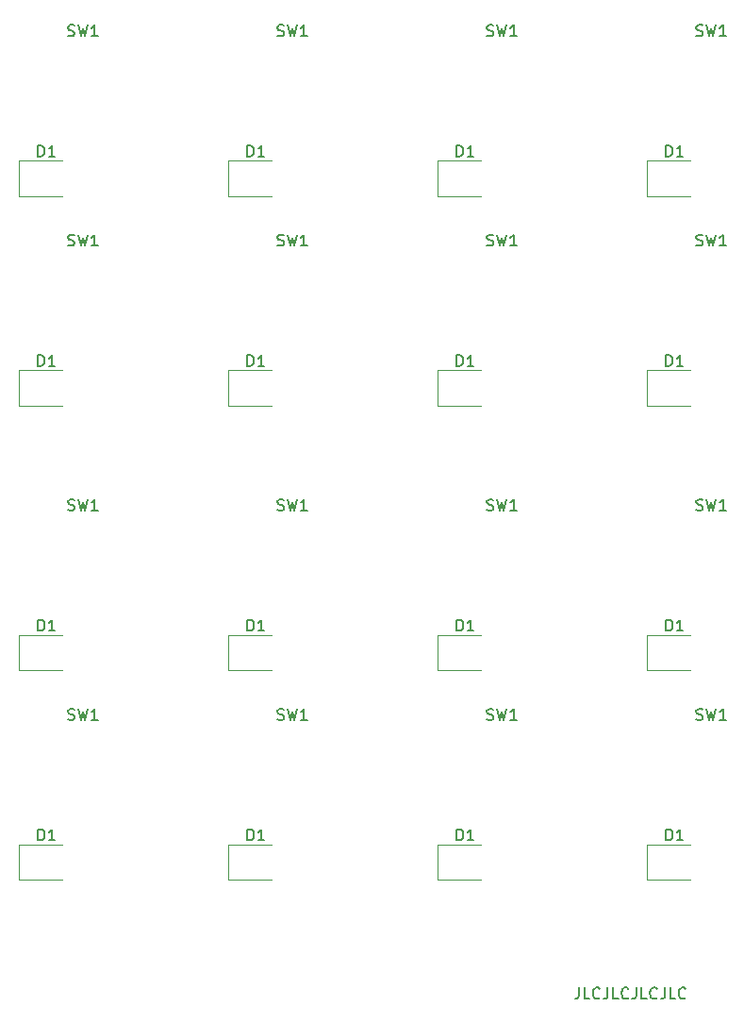
<source format=gto>
%TF.GenerationSoftware,KiCad,Pcbnew,(5.1.6)-1*%
%TF.CreationDate,2021-05-22T18:41:59+09:00*%
%TF.ProjectId,TinyIR-Panel,54696e79-4952-42d5-9061-6e656c2e6b69,rev?*%
%TF.SameCoordinates,Original*%
%TF.FileFunction,Legend,Top*%
%TF.FilePolarity,Positive*%
%FSLAX46Y46*%
G04 Gerber Fmt 4.6, Leading zero omitted, Abs format (unit mm)*
G04 Created by KiCad (PCBNEW (5.1.6)-1) date 2021-05-22 18:41:59*
%MOMM*%
%LPD*%
G01*
G04 APERTURE LIST*
%ADD10C,0.150000*%
%ADD11C,0.120000*%
%ADD12C,3.000000*%
%ADD13R,1.650000X2.300000*%
%ADD14R,2.600000X2.300000*%
%ADD15C,1.800000*%
%ADD16C,4.100000*%
%ADD17C,2.300000*%
%ADD18O,1.100000X1.100000*%
%ADD19R,1.100000X1.100000*%
G04 APERTURE END LIST*
D10*
X143716952Y-147915380D02*
X143716952Y-148629666D01*
X143669333Y-148772523D01*
X143574095Y-148867761D01*
X143431238Y-148915380D01*
X143336000Y-148915380D01*
X144669333Y-148915380D02*
X144193142Y-148915380D01*
X144193142Y-147915380D01*
X145574095Y-148820142D02*
X145526476Y-148867761D01*
X145383619Y-148915380D01*
X145288380Y-148915380D01*
X145145523Y-148867761D01*
X145050285Y-148772523D01*
X145002666Y-148677285D01*
X144955047Y-148486809D01*
X144955047Y-148343952D01*
X145002666Y-148153476D01*
X145050285Y-148058238D01*
X145145523Y-147963000D01*
X145288380Y-147915380D01*
X145383619Y-147915380D01*
X145526476Y-147963000D01*
X145574095Y-148010619D01*
X146288380Y-147915380D02*
X146288380Y-148629666D01*
X146240761Y-148772523D01*
X146145523Y-148867761D01*
X146002666Y-148915380D01*
X145907428Y-148915380D01*
X147240761Y-148915380D02*
X146764571Y-148915380D01*
X146764571Y-147915380D01*
X148145523Y-148820142D02*
X148097904Y-148867761D01*
X147955047Y-148915380D01*
X147859809Y-148915380D01*
X147716952Y-148867761D01*
X147621714Y-148772523D01*
X147574095Y-148677285D01*
X147526476Y-148486809D01*
X147526476Y-148343952D01*
X147574095Y-148153476D01*
X147621714Y-148058238D01*
X147716952Y-147963000D01*
X147859809Y-147915380D01*
X147955047Y-147915380D01*
X148097904Y-147963000D01*
X148145523Y-148010619D01*
X148859809Y-147915380D02*
X148859809Y-148629666D01*
X148812190Y-148772523D01*
X148716952Y-148867761D01*
X148574095Y-148915380D01*
X148478857Y-148915380D01*
X149812190Y-148915380D02*
X149336000Y-148915380D01*
X149336000Y-147915380D01*
X150716952Y-148820142D02*
X150669333Y-148867761D01*
X150526476Y-148915380D01*
X150431238Y-148915380D01*
X150288380Y-148867761D01*
X150193142Y-148772523D01*
X150145523Y-148677285D01*
X150097904Y-148486809D01*
X150097904Y-148343952D01*
X150145523Y-148153476D01*
X150193142Y-148058238D01*
X150288380Y-147963000D01*
X150431238Y-147915380D01*
X150526476Y-147915380D01*
X150669333Y-147963000D01*
X150716952Y-148010619D01*
X151431238Y-147915380D02*
X151431238Y-148629666D01*
X151383619Y-148772523D01*
X151288380Y-148867761D01*
X151145523Y-148915380D01*
X151050285Y-148915380D01*
X152383619Y-148915380D02*
X151907428Y-148915380D01*
X151907428Y-147915380D01*
X153288380Y-148820142D02*
X153240761Y-148867761D01*
X153097904Y-148915380D01*
X153002666Y-148915380D01*
X152859809Y-148867761D01*
X152764571Y-148772523D01*
X152716952Y-148677285D01*
X152669333Y-148486809D01*
X152669333Y-148343952D01*
X152716952Y-148153476D01*
X152764571Y-148058238D01*
X152859809Y-147963000D01*
X153002666Y-147915380D01*
X153097904Y-147915380D01*
X153240761Y-147963000D01*
X153288380Y-148010619D01*
D11*
%TO.C,D1*%
X134884000Y-135056000D02*
X130984000Y-135056000D01*
X134884000Y-138256000D02*
X130984000Y-138256000D01*
X130984000Y-135056000D02*
X130984000Y-138256000D01*
X153684000Y-116256000D02*
X149784000Y-116256000D01*
X153684000Y-119456000D02*
X149784000Y-119456000D01*
X149784000Y-116256000D02*
X149784000Y-119456000D01*
X134884000Y-116256000D02*
X130984000Y-116256000D01*
X134884000Y-119456000D02*
X130984000Y-119456000D01*
X130984000Y-116256000D02*
X130984000Y-119456000D01*
X97284000Y-135056000D02*
X93384000Y-135056000D01*
X97284000Y-138256000D02*
X93384000Y-138256000D01*
X93384000Y-135056000D02*
X93384000Y-138256000D01*
X116084000Y-135056000D02*
X112184000Y-135056000D01*
X116084000Y-138256000D02*
X112184000Y-138256000D01*
X112184000Y-135056000D02*
X112184000Y-138256000D01*
X153684000Y-135056000D02*
X149784000Y-135056000D01*
X153684000Y-138256000D02*
X149784000Y-138256000D01*
X149784000Y-135056000D02*
X149784000Y-138256000D01*
X93384000Y-116256000D02*
X93384000Y-119456000D01*
X97284000Y-119456000D02*
X93384000Y-119456000D01*
X97284000Y-116256000D02*
X93384000Y-116256000D01*
X116084000Y-116256000D02*
X112184000Y-116256000D01*
X116084000Y-119456000D02*
X112184000Y-119456000D01*
X112184000Y-116256000D02*
X112184000Y-119456000D01*
X153684000Y-92511000D02*
X149784000Y-92511000D01*
X153684000Y-95711000D02*
X149784000Y-95711000D01*
X149784000Y-92511000D02*
X149784000Y-95711000D01*
X134884000Y-92511000D02*
X130984000Y-92511000D01*
X134884000Y-95711000D02*
X130984000Y-95711000D01*
X130984000Y-92511000D02*
X130984000Y-95711000D01*
X116084000Y-92511000D02*
X112184000Y-92511000D01*
X116084000Y-95711000D02*
X112184000Y-95711000D01*
X112184000Y-92511000D02*
X112184000Y-95711000D01*
X97284000Y-92511000D02*
X93384000Y-92511000D01*
X97284000Y-95711000D02*
X93384000Y-95711000D01*
X93384000Y-92511000D02*
X93384000Y-95711000D01*
X153684000Y-73711000D02*
X149784000Y-73711000D01*
X153684000Y-76911000D02*
X149784000Y-76911000D01*
X149784000Y-73711000D02*
X149784000Y-76911000D01*
X134884000Y-73711000D02*
X130984000Y-73711000D01*
X134884000Y-76911000D02*
X130984000Y-76911000D01*
X130984000Y-73711000D02*
X130984000Y-76911000D01*
X116084000Y-73711000D02*
X112184000Y-73711000D01*
X116084000Y-76911000D02*
X112184000Y-76911000D01*
X112184000Y-73711000D02*
X112184000Y-76911000D01*
X93384000Y-73711000D02*
X93384000Y-76911000D01*
X97284000Y-76911000D02*
X93384000Y-76911000D01*
X97284000Y-73711000D02*
X93384000Y-73711000D01*
D10*
X132745904Y-134708380D02*
X132745904Y-133708380D01*
X132984000Y-133708380D01*
X133126857Y-133756000D01*
X133222095Y-133851238D01*
X133269714Y-133946476D01*
X133317333Y-134136952D01*
X133317333Y-134279809D01*
X133269714Y-134470285D01*
X133222095Y-134565523D01*
X133126857Y-134660761D01*
X132984000Y-134708380D01*
X132745904Y-134708380D01*
X134269714Y-134708380D02*
X133698285Y-134708380D01*
X133984000Y-134708380D02*
X133984000Y-133708380D01*
X133888761Y-133851238D01*
X133793523Y-133946476D01*
X133698285Y-133994095D01*
%TO.C,SW1*%
X154253666Y-105052761D02*
X154396523Y-105100380D01*
X154634619Y-105100380D01*
X154729857Y-105052761D01*
X154777476Y-105005142D01*
X154825095Y-104909904D01*
X154825095Y-104814666D01*
X154777476Y-104719428D01*
X154729857Y-104671809D01*
X154634619Y-104624190D01*
X154444142Y-104576571D01*
X154348904Y-104528952D01*
X154301285Y-104481333D01*
X154253666Y-104386095D01*
X154253666Y-104290857D01*
X154301285Y-104195619D01*
X154348904Y-104148000D01*
X154444142Y-104100380D01*
X154682238Y-104100380D01*
X154825095Y-104148000D01*
X155158428Y-104100380D02*
X155396523Y-105100380D01*
X155587000Y-104386095D01*
X155777476Y-105100380D01*
X156015571Y-104100380D01*
X156920333Y-105100380D02*
X156348904Y-105100380D01*
X156634619Y-105100380D02*
X156634619Y-104100380D01*
X156539380Y-104243238D01*
X156444142Y-104338476D01*
X156348904Y-104386095D01*
%TO.C,D1*%
X151545904Y-115908380D02*
X151545904Y-114908380D01*
X151784000Y-114908380D01*
X151926857Y-114956000D01*
X152022095Y-115051238D01*
X152069714Y-115146476D01*
X152117333Y-115336952D01*
X152117333Y-115479809D01*
X152069714Y-115670285D01*
X152022095Y-115765523D01*
X151926857Y-115860761D01*
X151784000Y-115908380D01*
X151545904Y-115908380D01*
X153069714Y-115908380D02*
X152498285Y-115908380D01*
X152784000Y-115908380D02*
X152784000Y-114908380D01*
X152688761Y-115051238D01*
X152593523Y-115146476D01*
X152498285Y-115194095D01*
X132745904Y-115908380D02*
X132745904Y-114908380D01*
X132984000Y-114908380D01*
X133126857Y-114956000D01*
X133222095Y-115051238D01*
X133269714Y-115146476D01*
X133317333Y-115336952D01*
X133317333Y-115479809D01*
X133269714Y-115670285D01*
X133222095Y-115765523D01*
X133126857Y-115860761D01*
X132984000Y-115908380D01*
X132745904Y-115908380D01*
X134269714Y-115908380D02*
X133698285Y-115908380D01*
X133984000Y-115908380D02*
X133984000Y-114908380D01*
X133888761Y-115051238D01*
X133793523Y-115146476D01*
X133698285Y-115194095D01*
%TO.C,SW1*%
X154253666Y-123852761D02*
X154396523Y-123900380D01*
X154634619Y-123900380D01*
X154729857Y-123852761D01*
X154777476Y-123805142D01*
X154825095Y-123709904D01*
X154825095Y-123614666D01*
X154777476Y-123519428D01*
X154729857Y-123471809D01*
X154634619Y-123424190D01*
X154444142Y-123376571D01*
X154348904Y-123328952D01*
X154301285Y-123281333D01*
X154253666Y-123186095D01*
X154253666Y-123090857D01*
X154301285Y-122995619D01*
X154348904Y-122948000D01*
X154444142Y-122900380D01*
X154682238Y-122900380D01*
X154825095Y-122948000D01*
X155158428Y-122900380D02*
X155396523Y-123900380D01*
X155587000Y-123186095D01*
X155777476Y-123900380D01*
X156015571Y-122900380D01*
X156920333Y-123900380D02*
X156348904Y-123900380D01*
X156634619Y-123900380D02*
X156634619Y-122900380D01*
X156539380Y-123043238D01*
X156444142Y-123138476D01*
X156348904Y-123186095D01*
X97853666Y-123852761D02*
X97996523Y-123900380D01*
X98234619Y-123900380D01*
X98329857Y-123852761D01*
X98377476Y-123805142D01*
X98425095Y-123709904D01*
X98425095Y-123614666D01*
X98377476Y-123519428D01*
X98329857Y-123471809D01*
X98234619Y-123424190D01*
X98044142Y-123376571D01*
X97948904Y-123328952D01*
X97901285Y-123281333D01*
X97853666Y-123186095D01*
X97853666Y-123090857D01*
X97901285Y-122995619D01*
X97948904Y-122948000D01*
X98044142Y-122900380D01*
X98282238Y-122900380D01*
X98425095Y-122948000D01*
X98758428Y-122900380D02*
X98996523Y-123900380D01*
X99187000Y-123186095D01*
X99377476Y-123900380D01*
X99615571Y-122900380D01*
X100520333Y-123900380D02*
X99948904Y-123900380D01*
X100234619Y-123900380D02*
X100234619Y-122900380D01*
X100139380Y-123043238D01*
X100044142Y-123138476D01*
X99948904Y-123186095D01*
%TO.C,D1*%
X95145904Y-134708380D02*
X95145904Y-133708380D01*
X95384000Y-133708380D01*
X95526857Y-133756000D01*
X95622095Y-133851238D01*
X95669714Y-133946476D01*
X95717333Y-134136952D01*
X95717333Y-134279809D01*
X95669714Y-134470285D01*
X95622095Y-134565523D01*
X95526857Y-134660761D01*
X95384000Y-134708380D01*
X95145904Y-134708380D01*
X96669714Y-134708380D02*
X96098285Y-134708380D01*
X96384000Y-134708380D02*
X96384000Y-133708380D01*
X96288761Y-133851238D01*
X96193523Y-133946476D01*
X96098285Y-133994095D01*
%TO.C,SW1*%
X116653666Y-123852761D02*
X116796523Y-123900380D01*
X117034619Y-123900380D01*
X117129857Y-123852761D01*
X117177476Y-123805142D01*
X117225095Y-123709904D01*
X117225095Y-123614666D01*
X117177476Y-123519428D01*
X117129857Y-123471809D01*
X117034619Y-123424190D01*
X116844142Y-123376571D01*
X116748904Y-123328952D01*
X116701285Y-123281333D01*
X116653666Y-123186095D01*
X116653666Y-123090857D01*
X116701285Y-122995619D01*
X116748904Y-122948000D01*
X116844142Y-122900380D01*
X117082238Y-122900380D01*
X117225095Y-122948000D01*
X117558428Y-122900380D02*
X117796523Y-123900380D01*
X117987000Y-123186095D01*
X118177476Y-123900380D01*
X118415571Y-122900380D01*
X119320333Y-123900380D02*
X118748904Y-123900380D01*
X119034619Y-123900380D02*
X119034619Y-122900380D01*
X118939380Y-123043238D01*
X118844142Y-123138476D01*
X118748904Y-123186095D01*
%TO.C,D1*%
X113945904Y-134708380D02*
X113945904Y-133708380D01*
X114184000Y-133708380D01*
X114326857Y-133756000D01*
X114422095Y-133851238D01*
X114469714Y-133946476D01*
X114517333Y-134136952D01*
X114517333Y-134279809D01*
X114469714Y-134470285D01*
X114422095Y-134565523D01*
X114326857Y-134660761D01*
X114184000Y-134708380D01*
X113945904Y-134708380D01*
X115469714Y-134708380D02*
X114898285Y-134708380D01*
X115184000Y-134708380D02*
X115184000Y-133708380D01*
X115088761Y-133851238D01*
X114993523Y-133946476D01*
X114898285Y-133994095D01*
%TO.C,SW1*%
X135453666Y-123852761D02*
X135596523Y-123900380D01*
X135834619Y-123900380D01*
X135929857Y-123852761D01*
X135977476Y-123805142D01*
X136025095Y-123709904D01*
X136025095Y-123614666D01*
X135977476Y-123519428D01*
X135929857Y-123471809D01*
X135834619Y-123424190D01*
X135644142Y-123376571D01*
X135548904Y-123328952D01*
X135501285Y-123281333D01*
X135453666Y-123186095D01*
X135453666Y-123090857D01*
X135501285Y-122995619D01*
X135548904Y-122948000D01*
X135644142Y-122900380D01*
X135882238Y-122900380D01*
X136025095Y-122948000D01*
X136358428Y-122900380D02*
X136596523Y-123900380D01*
X136787000Y-123186095D01*
X136977476Y-123900380D01*
X137215571Y-122900380D01*
X138120333Y-123900380D02*
X137548904Y-123900380D01*
X137834619Y-123900380D02*
X137834619Y-122900380D01*
X137739380Y-123043238D01*
X137644142Y-123138476D01*
X137548904Y-123186095D01*
X116653666Y-105052761D02*
X116796523Y-105100380D01*
X117034619Y-105100380D01*
X117129857Y-105052761D01*
X117177476Y-105005142D01*
X117225095Y-104909904D01*
X117225095Y-104814666D01*
X117177476Y-104719428D01*
X117129857Y-104671809D01*
X117034619Y-104624190D01*
X116844142Y-104576571D01*
X116748904Y-104528952D01*
X116701285Y-104481333D01*
X116653666Y-104386095D01*
X116653666Y-104290857D01*
X116701285Y-104195619D01*
X116748904Y-104148000D01*
X116844142Y-104100380D01*
X117082238Y-104100380D01*
X117225095Y-104148000D01*
X117558428Y-104100380D02*
X117796523Y-105100380D01*
X117987000Y-104386095D01*
X118177476Y-105100380D01*
X118415571Y-104100380D01*
X119320333Y-105100380D02*
X118748904Y-105100380D01*
X119034619Y-105100380D02*
X119034619Y-104100380D01*
X118939380Y-104243238D01*
X118844142Y-104338476D01*
X118748904Y-104386095D01*
%TO.C,D1*%
X151545904Y-134708380D02*
X151545904Y-133708380D01*
X151784000Y-133708380D01*
X151926857Y-133756000D01*
X152022095Y-133851238D01*
X152069714Y-133946476D01*
X152117333Y-134136952D01*
X152117333Y-134279809D01*
X152069714Y-134470285D01*
X152022095Y-134565523D01*
X151926857Y-134660761D01*
X151784000Y-134708380D01*
X151545904Y-134708380D01*
X153069714Y-134708380D02*
X152498285Y-134708380D01*
X152784000Y-134708380D02*
X152784000Y-133708380D01*
X152688761Y-133851238D01*
X152593523Y-133946476D01*
X152498285Y-133994095D01*
%TO.C,SW1*%
X135453666Y-105052761D02*
X135596523Y-105100380D01*
X135834619Y-105100380D01*
X135929857Y-105052761D01*
X135977476Y-105005142D01*
X136025095Y-104909904D01*
X136025095Y-104814666D01*
X135977476Y-104719428D01*
X135929857Y-104671809D01*
X135834619Y-104624190D01*
X135644142Y-104576571D01*
X135548904Y-104528952D01*
X135501285Y-104481333D01*
X135453666Y-104386095D01*
X135453666Y-104290857D01*
X135501285Y-104195619D01*
X135548904Y-104148000D01*
X135644142Y-104100380D01*
X135882238Y-104100380D01*
X136025095Y-104148000D01*
X136358428Y-104100380D02*
X136596523Y-105100380D01*
X136787000Y-104386095D01*
X136977476Y-105100380D01*
X137215571Y-104100380D01*
X138120333Y-105100380D02*
X137548904Y-105100380D01*
X137834619Y-105100380D02*
X137834619Y-104100380D01*
X137739380Y-104243238D01*
X137644142Y-104338476D01*
X137548904Y-104386095D01*
X97853666Y-105052761D02*
X97996523Y-105100380D01*
X98234619Y-105100380D01*
X98329857Y-105052761D01*
X98377476Y-105005142D01*
X98425095Y-104909904D01*
X98425095Y-104814666D01*
X98377476Y-104719428D01*
X98329857Y-104671809D01*
X98234619Y-104624190D01*
X98044142Y-104576571D01*
X97948904Y-104528952D01*
X97901285Y-104481333D01*
X97853666Y-104386095D01*
X97853666Y-104290857D01*
X97901285Y-104195619D01*
X97948904Y-104148000D01*
X98044142Y-104100380D01*
X98282238Y-104100380D01*
X98425095Y-104148000D01*
X98758428Y-104100380D02*
X98996523Y-105100380D01*
X99187000Y-104386095D01*
X99377476Y-105100380D01*
X99615571Y-104100380D01*
X100520333Y-105100380D02*
X99948904Y-105100380D01*
X100234619Y-105100380D02*
X100234619Y-104100380D01*
X100139380Y-104243238D01*
X100044142Y-104338476D01*
X99948904Y-104386095D01*
%TO.C,D1*%
X95145904Y-115908380D02*
X95145904Y-114908380D01*
X95384000Y-114908380D01*
X95526857Y-114956000D01*
X95622095Y-115051238D01*
X95669714Y-115146476D01*
X95717333Y-115336952D01*
X95717333Y-115479809D01*
X95669714Y-115670285D01*
X95622095Y-115765523D01*
X95526857Y-115860761D01*
X95384000Y-115908380D01*
X95145904Y-115908380D01*
X96669714Y-115908380D02*
X96098285Y-115908380D01*
X96384000Y-115908380D02*
X96384000Y-114908380D01*
X96288761Y-115051238D01*
X96193523Y-115146476D01*
X96098285Y-115194095D01*
X113945904Y-115908380D02*
X113945904Y-114908380D01*
X114184000Y-114908380D01*
X114326857Y-114956000D01*
X114422095Y-115051238D01*
X114469714Y-115146476D01*
X114517333Y-115336952D01*
X114517333Y-115479809D01*
X114469714Y-115670285D01*
X114422095Y-115765523D01*
X114326857Y-115860761D01*
X114184000Y-115908380D01*
X113945904Y-115908380D01*
X115469714Y-115908380D02*
X114898285Y-115908380D01*
X115184000Y-115908380D02*
X115184000Y-114908380D01*
X115088761Y-115051238D01*
X114993523Y-115146476D01*
X114898285Y-115194095D01*
%TO.C,SW1*%
X154253666Y-81307761D02*
X154396523Y-81355380D01*
X154634619Y-81355380D01*
X154729857Y-81307761D01*
X154777476Y-81260142D01*
X154825095Y-81164904D01*
X154825095Y-81069666D01*
X154777476Y-80974428D01*
X154729857Y-80926809D01*
X154634619Y-80879190D01*
X154444142Y-80831571D01*
X154348904Y-80783952D01*
X154301285Y-80736333D01*
X154253666Y-80641095D01*
X154253666Y-80545857D01*
X154301285Y-80450619D01*
X154348904Y-80403000D01*
X154444142Y-80355380D01*
X154682238Y-80355380D01*
X154825095Y-80403000D01*
X155158428Y-80355380D02*
X155396523Y-81355380D01*
X155587000Y-80641095D01*
X155777476Y-81355380D01*
X156015571Y-80355380D01*
X156920333Y-81355380D02*
X156348904Y-81355380D01*
X156634619Y-81355380D02*
X156634619Y-80355380D01*
X156539380Y-80498238D01*
X156444142Y-80593476D01*
X156348904Y-80641095D01*
X135453666Y-81307761D02*
X135596523Y-81355380D01*
X135834619Y-81355380D01*
X135929857Y-81307761D01*
X135977476Y-81260142D01*
X136025095Y-81164904D01*
X136025095Y-81069666D01*
X135977476Y-80974428D01*
X135929857Y-80926809D01*
X135834619Y-80879190D01*
X135644142Y-80831571D01*
X135548904Y-80783952D01*
X135501285Y-80736333D01*
X135453666Y-80641095D01*
X135453666Y-80545857D01*
X135501285Y-80450619D01*
X135548904Y-80403000D01*
X135644142Y-80355380D01*
X135882238Y-80355380D01*
X136025095Y-80403000D01*
X136358428Y-80355380D02*
X136596523Y-81355380D01*
X136787000Y-80641095D01*
X136977476Y-81355380D01*
X137215571Y-80355380D01*
X138120333Y-81355380D02*
X137548904Y-81355380D01*
X137834619Y-81355380D02*
X137834619Y-80355380D01*
X137739380Y-80498238D01*
X137644142Y-80593476D01*
X137548904Y-80641095D01*
X116653666Y-81307761D02*
X116796523Y-81355380D01*
X117034619Y-81355380D01*
X117129857Y-81307761D01*
X117177476Y-81260142D01*
X117225095Y-81164904D01*
X117225095Y-81069666D01*
X117177476Y-80974428D01*
X117129857Y-80926809D01*
X117034619Y-80879190D01*
X116844142Y-80831571D01*
X116748904Y-80783952D01*
X116701285Y-80736333D01*
X116653666Y-80641095D01*
X116653666Y-80545857D01*
X116701285Y-80450619D01*
X116748904Y-80403000D01*
X116844142Y-80355380D01*
X117082238Y-80355380D01*
X117225095Y-80403000D01*
X117558428Y-80355380D02*
X117796523Y-81355380D01*
X117987000Y-80641095D01*
X118177476Y-81355380D01*
X118415571Y-80355380D01*
X119320333Y-81355380D02*
X118748904Y-81355380D01*
X119034619Y-81355380D02*
X119034619Y-80355380D01*
X118939380Y-80498238D01*
X118844142Y-80593476D01*
X118748904Y-80641095D01*
X97853666Y-81307761D02*
X97996523Y-81355380D01*
X98234619Y-81355380D01*
X98329857Y-81307761D01*
X98377476Y-81260142D01*
X98425095Y-81164904D01*
X98425095Y-81069666D01*
X98377476Y-80974428D01*
X98329857Y-80926809D01*
X98234619Y-80879190D01*
X98044142Y-80831571D01*
X97948904Y-80783952D01*
X97901285Y-80736333D01*
X97853666Y-80641095D01*
X97853666Y-80545857D01*
X97901285Y-80450619D01*
X97948904Y-80403000D01*
X98044142Y-80355380D01*
X98282238Y-80355380D01*
X98425095Y-80403000D01*
X98758428Y-80355380D02*
X98996523Y-81355380D01*
X99187000Y-80641095D01*
X99377476Y-81355380D01*
X99615571Y-80355380D01*
X100520333Y-81355380D02*
X99948904Y-81355380D01*
X100234619Y-81355380D02*
X100234619Y-80355380D01*
X100139380Y-80498238D01*
X100044142Y-80593476D01*
X99948904Y-80641095D01*
X154253666Y-62507761D02*
X154396523Y-62555380D01*
X154634619Y-62555380D01*
X154729857Y-62507761D01*
X154777476Y-62460142D01*
X154825095Y-62364904D01*
X154825095Y-62269666D01*
X154777476Y-62174428D01*
X154729857Y-62126809D01*
X154634619Y-62079190D01*
X154444142Y-62031571D01*
X154348904Y-61983952D01*
X154301285Y-61936333D01*
X154253666Y-61841095D01*
X154253666Y-61745857D01*
X154301285Y-61650619D01*
X154348904Y-61603000D01*
X154444142Y-61555380D01*
X154682238Y-61555380D01*
X154825095Y-61603000D01*
X155158428Y-61555380D02*
X155396523Y-62555380D01*
X155587000Y-61841095D01*
X155777476Y-62555380D01*
X156015571Y-61555380D01*
X156920333Y-62555380D02*
X156348904Y-62555380D01*
X156634619Y-62555380D02*
X156634619Y-61555380D01*
X156539380Y-61698238D01*
X156444142Y-61793476D01*
X156348904Y-61841095D01*
X135453666Y-62507761D02*
X135596523Y-62555380D01*
X135834619Y-62555380D01*
X135929857Y-62507761D01*
X135977476Y-62460142D01*
X136025095Y-62364904D01*
X136025095Y-62269666D01*
X135977476Y-62174428D01*
X135929857Y-62126809D01*
X135834619Y-62079190D01*
X135644142Y-62031571D01*
X135548904Y-61983952D01*
X135501285Y-61936333D01*
X135453666Y-61841095D01*
X135453666Y-61745857D01*
X135501285Y-61650619D01*
X135548904Y-61603000D01*
X135644142Y-61555380D01*
X135882238Y-61555380D01*
X136025095Y-61603000D01*
X136358428Y-61555380D02*
X136596523Y-62555380D01*
X136787000Y-61841095D01*
X136977476Y-62555380D01*
X137215571Y-61555380D01*
X138120333Y-62555380D02*
X137548904Y-62555380D01*
X137834619Y-62555380D02*
X137834619Y-61555380D01*
X137739380Y-61698238D01*
X137644142Y-61793476D01*
X137548904Y-61841095D01*
X116653666Y-62507761D02*
X116796523Y-62555380D01*
X117034619Y-62555380D01*
X117129857Y-62507761D01*
X117177476Y-62460142D01*
X117225095Y-62364904D01*
X117225095Y-62269666D01*
X117177476Y-62174428D01*
X117129857Y-62126809D01*
X117034619Y-62079190D01*
X116844142Y-62031571D01*
X116748904Y-61983952D01*
X116701285Y-61936333D01*
X116653666Y-61841095D01*
X116653666Y-61745857D01*
X116701285Y-61650619D01*
X116748904Y-61603000D01*
X116844142Y-61555380D01*
X117082238Y-61555380D01*
X117225095Y-61603000D01*
X117558428Y-61555380D02*
X117796523Y-62555380D01*
X117987000Y-61841095D01*
X118177476Y-62555380D01*
X118415571Y-61555380D01*
X119320333Y-62555380D02*
X118748904Y-62555380D01*
X119034619Y-62555380D02*
X119034619Y-61555380D01*
X118939380Y-61698238D01*
X118844142Y-61793476D01*
X118748904Y-61841095D01*
%TO.C,D1*%
X151545904Y-92163380D02*
X151545904Y-91163380D01*
X151784000Y-91163380D01*
X151926857Y-91211000D01*
X152022095Y-91306238D01*
X152069714Y-91401476D01*
X152117333Y-91591952D01*
X152117333Y-91734809D01*
X152069714Y-91925285D01*
X152022095Y-92020523D01*
X151926857Y-92115761D01*
X151784000Y-92163380D01*
X151545904Y-92163380D01*
X153069714Y-92163380D02*
X152498285Y-92163380D01*
X152784000Y-92163380D02*
X152784000Y-91163380D01*
X152688761Y-91306238D01*
X152593523Y-91401476D01*
X152498285Y-91449095D01*
X132745904Y-92163380D02*
X132745904Y-91163380D01*
X132984000Y-91163380D01*
X133126857Y-91211000D01*
X133222095Y-91306238D01*
X133269714Y-91401476D01*
X133317333Y-91591952D01*
X133317333Y-91734809D01*
X133269714Y-91925285D01*
X133222095Y-92020523D01*
X133126857Y-92115761D01*
X132984000Y-92163380D01*
X132745904Y-92163380D01*
X134269714Y-92163380D02*
X133698285Y-92163380D01*
X133984000Y-92163380D02*
X133984000Y-91163380D01*
X133888761Y-91306238D01*
X133793523Y-91401476D01*
X133698285Y-91449095D01*
X113945904Y-92163380D02*
X113945904Y-91163380D01*
X114184000Y-91163380D01*
X114326857Y-91211000D01*
X114422095Y-91306238D01*
X114469714Y-91401476D01*
X114517333Y-91591952D01*
X114517333Y-91734809D01*
X114469714Y-91925285D01*
X114422095Y-92020523D01*
X114326857Y-92115761D01*
X114184000Y-92163380D01*
X113945904Y-92163380D01*
X115469714Y-92163380D02*
X114898285Y-92163380D01*
X115184000Y-92163380D02*
X115184000Y-91163380D01*
X115088761Y-91306238D01*
X114993523Y-91401476D01*
X114898285Y-91449095D01*
X95145904Y-92163380D02*
X95145904Y-91163380D01*
X95384000Y-91163380D01*
X95526857Y-91211000D01*
X95622095Y-91306238D01*
X95669714Y-91401476D01*
X95717333Y-91591952D01*
X95717333Y-91734809D01*
X95669714Y-91925285D01*
X95622095Y-92020523D01*
X95526857Y-92115761D01*
X95384000Y-92163380D01*
X95145904Y-92163380D01*
X96669714Y-92163380D02*
X96098285Y-92163380D01*
X96384000Y-92163380D02*
X96384000Y-91163380D01*
X96288761Y-91306238D01*
X96193523Y-91401476D01*
X96098285Y-91449095D01*
X151545904Y-73363380D02*
X151545904Y-72363380D01*
X151784000Y-72363380D01*
X151926857Y-72411000D01*
X152022095Y-72506238D01*
X152069714Y-72601476D01*
X152117333Y-72791952D01*
X152117333Y-72934809D01*
X152069714Y-73125285D01*
X152022095Y-73220523D01*
X151926857Y-73315761D01*
X151784000Y-73363380D01*
X151545904Y-73363380D01*
X153069714Y-73363380D02*
X152498285Y-73363380D01*
X152784000Y-73363380D02*
X152784000Y-72363380D01*
X152688761Y-72506238D01*
X152593523Y-72601476D01*
X152498285Y-72649095D01*
X132745904Y-73363380D02*
X132745904Y-72363380D01*
X132984000Y-72363380D01*
X133126857Y-72411000D01*
X133222095Y-72506238D01*
X133269714Y-72601476D01*
X133317333Y-72791952D01*
X133317333Y-72934809D01*
X133269714Y-73125285D01*
X133222095Y-73220523D01*
X133126857Y-73315761D01*
X132984000Y-73363380D01*
X132745904Y-73363380D01*
X134269714Y-73363380D02*
X133698285Y-73363380D01*
X133984000Y-73363380D02*
X133984000Y-72363380D01*
X133888761Y-72506238D01*
X133793523Y-72601476D01*
X133698285Y-72649095D01*
X113945904Y-73363380D02*
X113945904Y-72363380D01*
X114184000Y-72363380D01*
X114326857Y-72411000D01*
X114422095Y-72506238D01*
X114469714Y-72601476D01*
X114517333Y-72791952D01*
X114517333Y-72934809D01*
X114469714Y-73125285D01*
X114422095Y-73220523D01*
X114326857Y-73315761D01*
X114184000Y-73363380D01*
X113945904Y-73363380D01*
X115469714Y-73363380D02*
X114898285Y-73363380D01*
X115184000Y-73363380D02*
X115184000Y-72363380D01*
X115088761Y-72506238D01*
X114993523Y-72601476D01*
X114898285Y-72649095D01*
%TO.C,SW1*%
X97853666Y-62507761D02*
X97996523Y-62555380D01*
X98234619Y-62555380D01*
X98329857Y-62507761D01*
X98377476Y-62460142D01*
X98425095Y-62364904D01*
X98425095Y-62269666D01*
X98377476Y-62174428D01*
X98329857Y-62126809D01*
X98234619Y-62079190D01*
X98044142Y-62031571D01*
X97948904Y-61983952D01*
X97901285Y-61936333D01*
X97853666Y-61841095D01*
X97853666Y-61745857D01*
X97901285Y-61650619D01*
X97948904Y-61603000D01*
X98044142Y-61555380D01*
X98282238Y-61555380D01*
X98425095Y-61603000D01*
X98758428Y-61555380D02*
X98996523Y-62555380D01*
X99187000Y-61841095D01*
X99377476Y-62555380D01*
X99615571Y-61555380D01*
X100520333Y-62555380D02*
X99948904Y-62555380D01*
X100234619Y-62555380D02*
X100234619Y-61555380D01*
X100139380Y-61698238D01*
X100044142Y-61793476D01*
X99948904Y-61841095D01*
%TO.C,D1*%
X95145904Y-73363380D02*
X95145904Y-72363380D01*
X95384000Y-72363380D01*
X95526857Y-72411000D01*
X95622095Y-72506238D01*
X95669714Y-72601476D01*
X95717333Y-72791952D01*
X95717333Y-72934809D01*
X95669714Y-73125285D01*
X95622095Y-73220523D01*
X95526857Y-73315761D01*
X95384000Y-73363380D01*
X95145904Y-73363380D01*
X96669714Y-73363380D02*
X96098285Y-73363380D01*
X96384000Y-73363380D02*
X96384000Y-72363380D01*
X96288761Y-72506238D01*
X96193523Y-72601476D01*
X96098285Y-72649095D01*
%TD*%
%LPC*%
D12*
%TO.C,REF\u002A\u002A*%
X98298000Y-54610000D03*
%TD*%
%TO.C,REF\u002A\u002A*%
X145542000Y-144780000D03*
%TD*%
D13*
%TO.C,D1*%
X135009000Y-136656000D03*
D14*
X132434000Y-136656000D03*
%TD*%
D15*
%TO.C,SW1*%
X155333000Y-111760000D03*
X145173000Y-111760000D03*
D16*
X150253000Y-111760000D03*
D17*
X146443000Y-109220000D03*
X152793000Y-106680000D03*
%TD*%
D13*
%TO.C,D1*%
X153809000Y-117856000D03*
D14*
X151234000Y-117856000D03*
%TD*%
D13*
%TO.C,D1*%
X135009000Y-117856000D03*
D14*
X132434000Y-117856000D03*
%TD*%
D18*
%TO.C,J1*%
X124341000Y-109728000D03*
X124341000Y-108458000D03*
X124341000Y-107188000D03*
X124341000Y-105918000D03*
D19*
X124341000Y-104648000D03*
%TD*%
D15*
%TO.C,SW1*%
X155333000Y-130560000D03*
X145173000Y-130560000D03*
D16*
X150253000Y-130560000D03*
D17*
X146443000Y-128020000D03*
X152793000Y-125480000D03*
%TD*%
D18*
%TO.C,J1*%
X105541000Y-109728000D03*
X105541000Y-108458000D03*
X105541000Y-107188000D03*
X105541000Y-105918000D03*
D19*
X105541000Y-104648000D03*
%TD*%
D15*
%TO.C,SW1*%
X98933000Y-130560000D03*
X88773000Y-130560000D03*
D16*
X93853000Y-130560000D03*
D17*
X90043000Y-128020000D03*
X96393000Y-125480000D03*
%TD*%
D13*
%TO.C,D1*%
X97409000Y-136656000D03*
D14*
X94834000Y-136656000D03*
%TD*%
D15*
%TO.C,SW1*%
X117733000Y-130560000D03*
X107573000Y-130560000D03*
D16*
X112653000Y-130560000D03*
D17*
X108843000Y-128020000D03*
X115193000Y-125480000D03*
%TD*%
D13*
%TO.C,D1*%
X116209000Y-136656000D03*
D14*
X113634000Y-136656000D03*
%TD*%
D15*
%TO.C,SW1*%
X136533000Y-130560000D03*
X126373000Y-130560000D03*
D16*
X131453000Y-130560000D03*
D17*
X127643000Y-128020000D03*
X133993000Y-125480000D03*
%TD*%
D15*
%TO.C,SW1*%
X117733000Y-111760000D03*
X107573000Y-111760000D03*
D16*
X112653000Y-111760000D03*
D17*
X108843000Y-109220000D03*
X115193000Y-106680000D03*
%TD*%
D13*
%TO.C,D1*%
X153809000Y-136656000D03*
D14*
X151234000Y-136656000D03*
%TD*%
D15*
%TO.C,SW1*%
X136533000Y-111760000D03*
X126373000Y-111760000D03*
D16*
X131453000Y-111760000D03*
D17*
X127643000Y-109220000D03*
X133993000Y-106680000D03*
%TD*%
D18*
%TO.C,J1*%
X143141000Y-109728000D03*
X143141000Y-108458000D03*
X143141000Y-107188000D03*
X143141000Y-105918000D03*
D19*
X143141000Y-104648000D03*
%TD*%
%TO.C,J1*%
X86741000Y-104648000D03*
D18*
X86741000Y-105918000D03*
X86741000Y-107188000D03*
X86741000Y-108458000D03*
X86741000Y-109728000D03*
%TD*%
D17*
%TO.C,SW1*%
X96393000Y-106680000D03*
X90043000Y-109220000D03*
D16*
X93853000Y-111760000D03*
D15*
X88773000Y-111760000D03*
X98933000Y-111760000D03*
%TD*%
D14*
%TO.C,D1*%
X94834000Y-117856000D03*
D13*
X97409000Y-117856000D03*
%TD*%
%TO.C,D1*%
X116209000Y-117856000D03*
D14*
X113634000Y-117856000D03*
%TD*%
D18*
%TO.C,J1*%
X143141000Y-128528000D03*
X143141000Y-127258000D03*
X143141000Y-125988000D03*
X143141000Y-124718000D03*
D19*
X143141000Y-123448000D03*
%TD*%
D18*
%TO.C,J1*%
X105541000Y-128528000D03*
X105541000Y-127258000D03*
X105541000Y-125988000D03*
X105541000Y-124718000D03*
D19*
X105541000Y-123448000D03*
%TD*%
D18*
%TO.C,J1*%
X124341000Y-128528000D03*
X124341000Y-127258000D03*
X124341000Y-125988000D03*
X124341000Y-124718000D03*
D19*
X124341000Y-123448000D03*
%TD*%
D18*
%TO.C,J1*%
X86741000Y-128528000D03*
X86741000Y-127258000D03*
X86741000Y-125988000D03*
X86741000Y-124718000D03*
D19*
X86741000Y-123448000D03*
%TD*%
%TO.C,J1*%
X143141000Y-80903000D03*
D18*
X143141000Y-82173000D03*
X143141000Y-83443000D03*
X143141000Y-84713000D03*
X143141000Y-85983000D03*
%TD*%
D19*
%TO.C,J1*%
X124341000Y-80903000D03*
D18*
X124341000Y-82173000D03*
X124341000Y-83443000D03*
X124341000Y-84713000D03*
X124341000Y-85983000D03*
%TD*%
D19*
%TO.C,J1*%
X105541000Y-80903000D03*
D18*
X105541000Y-82173000D03*
X105541000Y-83443000D03*
X105541000Y-84713000D03*
X105541000Y-85983000D03*
%TD*%
D19*
%TO.C,J1*%
X86741000Y-80903000D03*
D18*
X86741000Y-82173000D03*
X86741000Y-83443000D03*
X86741000Y-84713000D03*
X86741000Y-85983000D03*
%TD*%
D19*
%TO.C,J1*%
X143141000Y-62103000D03*
D18*
X143141000Y-63373000D03*
X143141000Y-64643000D03*
X143141000Y-65913000D03*
X143141000Y-67183000D03*
%TD*%
D19*
%TO.C,J1*%
X124341000Y-62103000D03*
D18*
X124341000Y-63373000D03*
X124341000Y-64643000D03*
X124341000Y-65913000D03*
X124341000Y-67183000D03*
%TD*%
D19*
%TO.C,J1*%
X105541000Y-62103000D03*
D18*
X105541000Y-63373000D03*
X105541000Y-64643000D03*
X105541000Y-65913000D03*
X105541000Y-67183000D03*
%TD*%
D17*
%TO.C,SW1*%
X152793000Y-82935000D03*
X146443000Y-85475000D03*
D16*
X150253000Y-88015000D03*
D15*
X145173000Y-88015000D03*
X155333000Y-88015000D03*
%TD*%
D17*
%TO.C,SW1*%
X133993000Y-82935000D03*
X127643000Y-85475000D03*
D16*
X131453000Y-88015000D03*
D15*
X126373000Y-88015000D03*
X136533000Y-88015000D03*
%TD*%
D17*
%TO.C,SW1*%
X115193000Y-82935000D03*
X108843000Y-85475000D03*
D16*
X112653000Y-88015000D03*
D15*
X107573000Y-88015000D03*
X117733000Y-88015000D03*
%TD*%
D17*
%TO.C,SW1*%
X96393000Y-82935000D03*
X90043000Y-85475000D03*
D16*
X93853000Y-88015000D03*
D15*
X88773000Y-88015000D03*
X98933000Y-88015000D03*
%TD*%
D17*
%TO.C,SW1*%
X152793000Y-64135000D03*
X146443000Y-66675000D03*
D16*
X150253000Y-69215000D03*
D15*
X145173000Y-69215000D03*
X155333000Y-69215000D03*
%TD*%
D17*
%TO.C,SW1*%
X133993000Y-64135000D03*
X127643000Y-66675000D03*
D16*
X131453000Y-69215000D03*
D15*
X126373000Y-69215000D03*
X136533000Y-69215000D03*
%TD*%
D17*
%TO.C,SW1*%
X115193000Y-64135000D03*
X108843000Y-66675000D03*
D16*
X112653000Y-69215000D03*
D15*
X107573000Y-69215000D03*
X117733000Y-69215000D03*
%TD*%
D14*
%TO.C,D1*%
X151234000Y-94111000D03*
D13*
X153809000Y-94111000D03*
%TD*%
D14*
%TO.C,D1*%
X132434000Y-94111000D03*
D13*
X135009000Y-94111000D03*
%TD*%
D14*
%TO.C,D1*%
X113634000Y-94111000D03*
D13*
X116209000Y-94111000D03*
%TD*%
D14*
%TO.C,D1*%
X94834000Y-94111000D03*
D13*
X97409000Y-94111000D03*
%TD*%
D14*
%TO.C,D1*%
X151234000Y-75311000D03*
D13*
X153809000Y-75311000D03*
%TD*%
D14*
%TO.C,D1*%
X132434000Y-75311000D03*
D13*
X135009000Y-75311000D03*
%TD*%
D14*
%TO.C,D1*%
X113634000Y-75311000D03*
D13*
X116209000Y-75311000D03*
%TD*%
D18*
%TO.C,J1*%
X86741000Y-67183000D03*
X86741000Y-65913000D03*
X86741000Y-64643000D03*
X86741000Y-63373000D03*
D19*
X86741000Y-62103000D03*
%TD*%
D15*
%TO.C,SW1*%
X98933000Y-69215000D03*
X88773000Y-69215000D03*
D16*
X93853000Y-69215000D03*
D17*
X90043000Y-66675000D03*
X96393000Y-64135000D03*
%TD*%
D13*
%TO.C,D1*%
X97409000Y-75311000D03*
D14*
X94834000Y-75311000D03*
%TD*%
M02*

</source>
